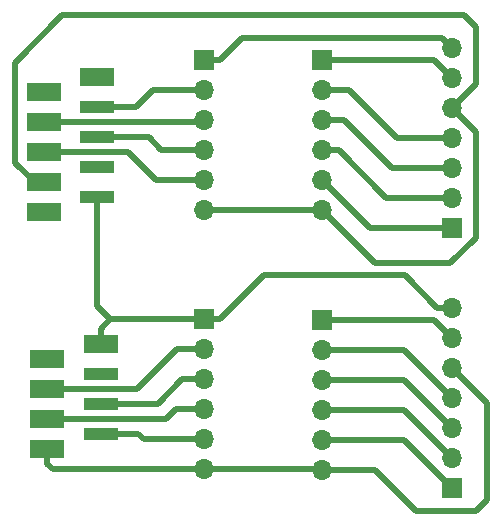
<source format=gbr>
G04 #@! TF.GenerationSoftware,KiCad,Pcbnew,5.0.2-bee76a0~70~ubuntu18.04.1*
G04 #@! TF.CreationDate,2020-01-10T13:49:31+01:00*
G04 #@! TF.ProjectId,rs422,72733432-322e-46b6-9963-61645f706362,rev?*
G04 #@! TF.SameCoordinates,Original*
G04 #@! TF.FileFunction,Copper,L1,Top*
G04 #@! TF.FilePolarity,Positive*
%FSLAX46Y46*%
G04 Gerber Fmt 4.6, Leading zero omitted, Abs format (unit mm)*
G04 Created by KiCad (PCBNEW 5.0.2-bee76a0~70~ubuntu18.04.1) date Fr 10 Jan 2020 13:49:31 CET*
%MOMM*%
%LPD*%
G01*
G04 APERTURE LIST*
G04 #@! TA.AperFunction,SMDPad,CuDef*
%ADD10R,3.000000X1.500000*%
G04 #@! TD*
G04 #@! TA.AperFunction,SMDPad,CuDef*
%ADD11R,3.000000X1.000000*%
G04 #@! TD*
G04 #@! TA.AperFunction,ComponentPad*
%ADD12O,1.700000X1.700000*%
G04 #@! TD*
G04 #@! TA.AperFunction,ComponentPad*
%ADD13R,1.700000X1.700000*%
G04 #@! TD*
G04 #@! TA.AperFunction,Conductor*
%ADD14C,0.500000*%
G04 #@! TD*
G04 APERTURE END LIST*
D10*
G04 #@! TO.P,J1,1*
G04 #@! TO.N,Net-(J1-Pad1)*
X3430000Y-18675000D03*
G04 #@! TO.P,J1,3*
G04 #@! TO.N,GND*
X3430000Y-16135000D03*
G04 #@! TO.P,J1,5*
G04 #@! TO.N,Net-(J1-Pad5)*
X3430000Y-13595000D03*
G04 #@! TO.P,J1,7*
G04 #@! TO.N,Net-(J1-Pad7)*
X3430000Y-11055000D03*
G04 #@! TO.P,J1,9*
G04 #@! TO.N,Net-(J1-Pad9)*
X3430000Y-8515000D03*
D11*
G04 #@! TO.P,J1,2*
G04 #@! TO.N,+5V*
X7930000Y-17405000D03*
G04 #@! TO.P,J1,4*
G04 #@! TO.N,Net-(J1-Pad4)*
X7930000Y-14865000D03*
G04 #@! TO.P,J1,6*
G04 #@! TO.N,Net-(J1-Pad6)*
X7930000Y-12325000D03*
G04 #@! TO.P,J1,8*
G04 #@! TO.N,Net-(J1-Pad8)*
X7930000Y-9785000D03*
D10*
G04 #@! TO.P,J1,10*
G04 #@! TO.N,Net-(J1-Pad10)*
X7930000Y-7245000D03*
G04 #@! TD*
D12*
G04 #@! TO.P,J8,6*
G04 #@! TO.N,GND*
X27000000Y-18480000D03*
G04 #@! TO.P,J8,5*
G04 #@! TO.N,Net-(J7-Pad1)*
X27000000Y-15940000D03*
G04 #@! TO.P,J8,4*
G04 #@! TO.N,Net-(J7-Pad2)*
X27000000Y-13400000D03*
G04 #@! TO.P,J8,3*
G04 #@! TO.N,Net-(J7-Pad3)*
X27000000Y-10860000D03*
G04 #@! TO.P,J8,2*
G04 #@! TO.N,Net-(J7-Pad4)*
X27000000Y-8320000D03*
D13*
G04 #@! TO.P,J8,1*
G04 #@! TO.N,+3V3*
X27000000Y-5780000D03*
G04 #@! TD*
G04 #@! TO.P,J3,1*
G04 #@! TO.N,+5V*
X17000000Y-5780000D03*
D12*
G04 #@! TO.P,J3,2*
G04 #@! TO.N,Net-(J1-Pad8)*
X17000000Y-8320000D03*
G04 #@! TO.P,J3,3*
G04 #@! TO.N,Net-(J1-Pad7)*
X17000000Y-10860000D03*
G04 #@! TO.P,J3,4*
G04 #@! TO.N,Net-(J1-Pad6)*
X17000000Y-13400000D03*
G04 #@! TO.P,J3,5*
G04 #@! TO.N,Net-(J1-Pad5)*
X17000000Y-15940000D03*
G04 #@! TO.P,J3,6*
G04 #@! TO.N,GND*
X17000000Y-18480000D03*
G04 #@! TD*
D13*
G04 #@! TO.P,J7,1*
G04 #@! TO.N,Net-(J7-Pad1)*
X38000000Y-20000000D03*
D12*
G04 #@! TO.P,J7,2*
G04 #@! TO.N,Net-(J7-Pad2)*
X38000000Y-17460000D03*
G04 #@! TO.P,J7,3*
G04 #@! TO.N,Net-(J7-Pad3)*
X38000000Y-14920000D03*
G04 #@! TO.P,J7,4*
G04 #@! TO.N,Net-(J7-Pad4)*
X38000000Y-12380000D03*
G04 #@! TO.P,J7,5*
G04 #@! TO.N,GND*
X38000000Y-9840000D03*
G04 #@! TO.P,J7,6*
G04 #@! TO.N,+3V3*
X38000000Y-7300000D03*
G04 #@! TO.P,J7,7*
G04 #@! TO.N,+5V*
X38000000Y-4760000D03*
G04 #@! TD*
D13*
G04 #@! TO.P,J4,1*
G04 #@! TO.N,Net-(J4-Pad1)*
X38000000Y-42000000D03*
D12*
G04 #@! TO.P,J4,2*
G04 #@! TO.N,Net-(J4-Pad2)*
X38000000Y-39460000D03*
G04 #@! TO.P,J4,3*
G04 #@! TO.N,Net-(J4-Pad3)*
X38000000Y-36920000D03*
G04 #@! TO.P,J4,4*
G04 #@! TO.N,Net-(J4-Pad4)*
X38000000Y-34380000D03*
G04 #@! TO.P,J4,5*
G04 #@! TO.N,GND*
X38000000Y-31840000D03*
G04 #@! TO.P,J4,6*
G04 #@! TO.N,+3V3*
X38000000Y-29300000D03*
G04 #@! TO.P,J4,7*
G04 #@! TO.N,+5V*
X38000000Y-26760000D03*
G04 #@! TD*
G04 #@! TO.P,J5,6*
G04 #@! TO.N,GND*
X27000000Y-40500000D03*
G04 #@! TO.P,J5,5*
G04 #@! TO.N,Net-(J4-Pad1)*
X27000000Y-37960000D03*
G04 #@! TO.P,J5,4*
G04 #@! TO.N,Net-(J4-Pad2)*
X27000000Y-35420000D03*
G04 #@! TO.P,J5,3*
G04 #@! TO.N,Net-(J4-Pad3)*
X27000000Y-32880000D03*
G04 #@! TO.P,J5,2*
G04 #@! TO.N,Net-(J4-Pad4)*
X27000000Y-30340000D03*
D13*
G04 #@! TO.P,J5,1*
G04 #@! TO.N,+3V3*
X27000000Y-27800000D03*
G04 #@! TD*
D10*
G04 #@! TO.P,J2,1*
G04 #@! TO.N,GND*
X3750000Y-38715000D03*
G04 #@! TO.P,J2,3*
G04 #@! TO.N,Net-(J2-Pad3)*
X3750000Y-36175000D03*
G04 #@! TO.P,J2,5*
G04 #@! TO.N,Net-(J2-Pad5)*
X3750000Y-33635000D03*
G04 #@! TO.P,J2,7*
G04 #@! TO.N,Net-(J2-Pad7)*
X3750000Y-31095000D03*
D11*
G04 #@! TO.P,J2,2*
G04 #@! TO.N,Net-(J2-Pad2)*
X8250000Y-37445000D03*
G04 #@! TO.P,J2,4*
G04 #@! TO.N,Net-(J2-Pad4)*
X8250000Y-34905000D03*
G04 #@! TO.P,J2,6*
G04 #@! TO.N,Net-(J2-Pad6)*
X8250000Y-32365000D03*
D10*
G04 #@! TO.P,J2,8*
G04 #@! TO.N,+5V*
X8250000Y-29825000D03*
G04 #@! TD*
D13*
G04 #@! TO.P,J6,1*
G04 #@! TO.N,+5V*
X17000000Y-27740000D03*
D12*
G04 #@! TO.P,J6,2*
G04 #@! TO.N,Net-(J2-Pad5)*
X17000000Y-30280000D03*
G04 #@! TO.P,J6,3*
G04 #@! TO.N,Net-(J2-Pad4)*
X17000000Y-32820000D03*
G04 #@! TO.P,J6,4*
G04 #@! TO.N,Net-(J2-Pad3)*
X17000000Y-35360000D03*
G04 #@! TO.P,J6,5*
G04 #@! TO.N,Net-(J2-Pad2)*
X17000000Y-37900000D03*
G04 #@! TO.P,J6,6*
G04 #@! TO.N,GND*
X17000000Y-40440000D03*
G04 #@! TD*
D14*
G04 #@! TO.N,+5V*
X18350000Y-27740000D02*
X17000000Y-27740000D01*
X22090000Y-24000000D02*
X18350000Y-27740000D01*
X38000000Y-26760000D02*
X36760000Y-26760000D01*
X36760000Y-26760000D02*
X34000000Y-24000000D01*
X34000000Y-24000000D02*
X22090000Y-24000000D01*
X18350000Y-5780000D02*
X17000000Y-5780000D01*
X20219999Y-3910001D02*
X18350000Y-5780000D01*
X37150001Y-3910001D02*
X20219999Y-3910001D01*
X38000000Y-4760000D02*
X37150001Y-3910001D01*
X9085000Y-27740000D02*
X8250000Y-28575000D01*
X8250000Y-28575000D02*
X8250000Y-29825000D01*
X7930000Y-26585000D02*
X9085000Y-27740000D01*
X17000000Y-27740000D02*
X9085000Y-27740000D01*
X7930000Y-17405000D02*
X7930000Y-26585000D01*
G04 #@! TO.N,GND*
X15797919Y-40440000D02*
X17000000Y-40440000D01*
X4225000Y-40440000D02*
X15797919Y-40440000D01*
X3750000Y-39965000D02*
X4225000Y-40440000D01*
X3750000Y-38715000D02*
X3750000Y-39965000D01*
X17000000Y-40440000D02*
X26940000Y-40440000D01*
X40000000Y-44000000D02*
X41000000Y-43000000D01*
X41000000Y-43000000D02*
X41000000Y-34840000D01*
X41000000Y-34840000D02*
X38000000Y-31840000D01*
X26940000Y-40440000D02*
X27000000Y-40500000D01*
X35000000Y-44000000D02*
X40000000Y-44000000D01*
X31500000Y-40500000D02*
X35000000Y-44000000D01*
X27000000Y-40500000D02*
X31500000Y-40500000D01*
X40000000Y-20870002D02*
X37870002Y-23000000D01*
X37870002Y-23000000D02*
X31520000Y-23000000D01*
X31520000Y-23000000D02*
X27000000Y-18480000D01*
X17000000Y-18480000D02*
X27000000Y-18480000D01*
X38000000Y-9840000D02*
X40000000Y-11840000D01*
X1000000Y-14455000D02*
X1000000Y-6000000D01*
X2680000Y-16135000D02*
X1000000Y-14455000D01*
X1000000Y-6000000D02*
X5000000Y-2000000D01*
X3430000Y-16135000D02*
X2680000Y-16135000D01*
X39000000Y-2000000D02*
X40000000Y-3000000D01*
X5000000Y-2000000D02*
X39000000Y-2000000D01*
X40000000Y-3000000D02*
X40000000Y-7840000D01*
X40000000Y-11840000D02*
X40000000Y-20870002D01*
X40000000Y-7840000D02*
X38000000Y-9840000D01*
G04 #@! TO.N,Net-(J4-Pad1)*
X27000000Y-37960000D02*
X33960000Y-37960000D01*
X33960000Y-37960000D02*
X38000000Y-42000000D01*
G04 #@! TO.N,Net-(J4-Pad2)*
X27000000Y-35420000D02*
X33960000Y-35420000D01*
X33960000Y-35420000D02*
X38000000Y-39460000D01*
G04 #@! TO.N,Net-(J4-Pad3)*
X33960000Y-32880000D02*
X38000000Y-36920000D01*
X27000000Y-32880000D02*
X33960000Y-32880000D01*
G04 #@! TO.N,Net-(J4-Pad4)*
X27000000Y-30340000D02*
X33960000Y-30340000D01*
X33960000Y-30340000D02*
X38000000Y-34380000D01*
G04 #@! TO.N,+3V3*
X27000000Y-27800000D02*
X36500000Y-27800000D01*
X36500000Y-27800000D02*
X38000000Y-29300000D01*
X36480000Y-5780000D02*
X38000000Y-7300000D01*
X27000000Y-5780000D02*
X36480000Y-5780000D01*
G04 #@! TO.N,Net-(J1-Pad5)*
X3430000Y-13595000D02*
X10595000Y-13595000D01*
X10595000Y-13595000D02*
X12940000Y-15940000D01*
X12940000Y-15940000D02*
X17000000Y-15940000D01*
G04 #@! TO.N,Net-(J1-Pad7)*
X3430000Y-11055000D02*
X16805000Y-11055000D01*
X16805000Y-11055000D02*
X17000000Y-10860000D01*
G04 #@! TO.N,Net-(J1-Pad6)*
X13400000Y-13400000D02*
X17000000Y-13400000D01*
X7930000Y-12325000D02*
X12325000Y-12325000D01*
X12325000Y-12325000D02*
X13400000Y-13400000D01*
G04 #@! TO.N,Net-(J1-Pad8)*
X11215000Y-9785000D02*
X12680000Y-8320000D01*
X12680000Y-8320000D02*
X17000000Y-8320000D01*
X7930000Y-9785000D02*
X11215000Y-9785000D01*
G04 #@! TO.N,Net-(J2-Pad3)*
X3750000Y-36175000D02*
X13825000Y-36175000D01*
X14640000Y-35360000D02*
X17000000Y-35360000D01*
X13825000Y-36175000D02*
X14640000Y-35360000D01*
G04 #@! TO.N,Net-(J2-Pad5)*
X3750000Y-33635000D02*
X11365000Y-33635000D01*
X14720000Y-30280000D02*
X17000000Y-30280000D01*
X11365000Y-33635000D02*
X14720000Y-30280000D01*
G04 #@! TO.N,Net-(J2-Pad2)*
X8250000Y-37445000D02*
X11445000Y-37445000D01*
X11900000Y-37900000D02*
X17000000Y-37900000D01*
X11445000Y-37445000D02*
X11900000Y-37900000D01*
G04 #@! TO.N,Net-(J2-Pad4)*
X8250000Y-34905000D02*
X13095000Y-34905000D01*
X15180000Y-32820000D02*
X17000000Y-32820000D01*
X13095000Y-34905000D02*
X15180000Y-32820000D01*
G04 #@! TO.N,Net-(J7-Pad1)*
X27000000Y-15940000D02*
X31060000Y-20000000D01*
X31060000Y-20000000D02*
X38000000Y-20000000D01*
G04 #@! TO.N,Net-(J7-Pad2)*
X28400000Y-13400000D02*
X32460000Y-17460000D01*
X32460000Y-17460000D02*
X38000000Y-17460000D01*
X27000000Y-13400000D02*
X28400000Y-13400000D01*
G04 #@! TO.N,Net-(J7-Pad3)*
X28860000Y-10860000D02*
X32920000Y-14920000D01*
X32920000Y-14920000D02*
X38000000Y-14920000D01*
X27000000Y-10860000D02*
X28860000Y-10860000D01*
G04 #@! TO.N,Net-(J7-Pad4)*
X29320000Y-8320000D02*
X33380000Y-12380000D01*
X27000000Y-8320000D02*
X29320000Y-8320000D01*
X33380000Y-12380000D02*
X38000000Y-12380000D01*
G04 #@! TD*
M02*

</source>
